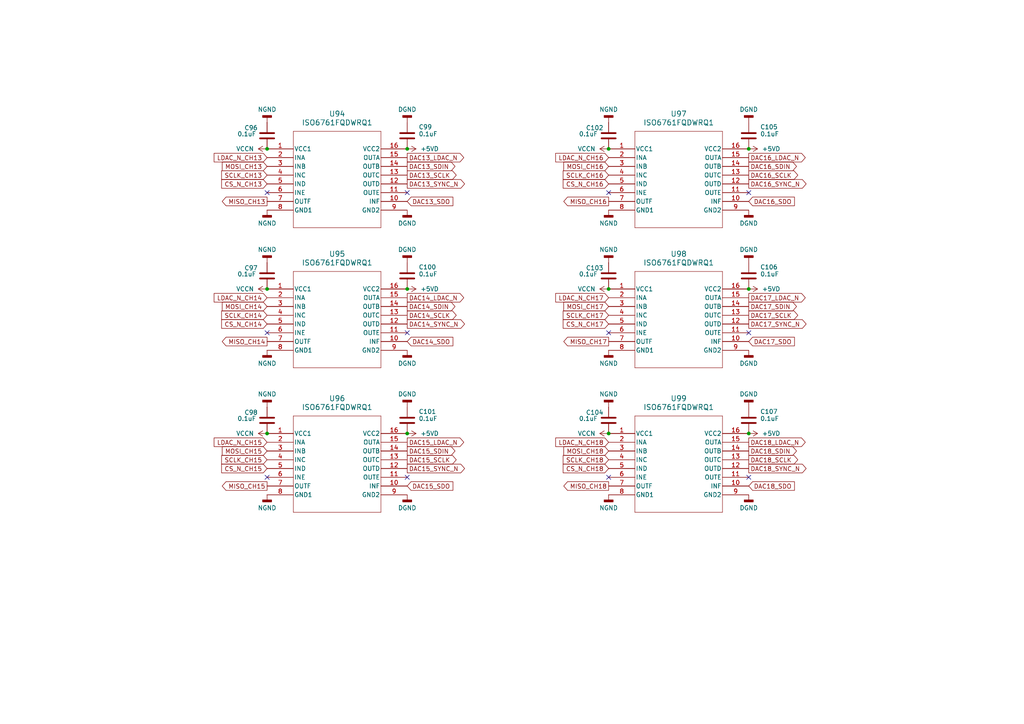
<source format=kicad_sch>
(kicad_sch (version 20250114) (generator "eeschema") (generator_version "9.0")
  (paper "A4")
  (lib_symbols
    (symbol "Device:C" (pin_numbers (hide yes)) (pin_names (offset 0.254))
      (property "Reference" "C" (at 0.635 2.54 0))
      (property "Value" "C" (at 0.635 -2.54 0))
      (symbol "C_0_1"
        (polyline (pts (xy -2.032 0.762) (xy 2.032 0.762)) (stroke (width 0.508)))
        (polyline (pts (xy -2.032 -0.762) (xy 2.032 -0.762)) (stroke (width 0.508)))
      )
      (symbol "C_1_1"
        (pin passive line (at 0 3.81 270) (length 2.794) (name "~") (number "1"))
        (pin passive line (at 0 -3.81 90) (length 2.794) (name "~") (number "2"))
      )
    )
    (symbol "ISO6761FQDWRQ1_2" (pin_names (offset 0.254))
      (property "Reference" "U83" (at 20.32 10.16 0))
      (property "Value" "ISO6761FQDWRQ1" (at 20.32 7.62 0))
      (symbol "ISO6761FQDWRQ1_2_0_1"
        (polyline (pts (xy 7.62 5.08) (xy 7.62 -22.86)) (stroke (width 0.127)))
        (polyline (pts (xy 7.62 -22.86) (xy 33.02 -22.86)) (stroke (width 0.127)))
        (polyline (pts (xy 33.02 5.08) (xy 7.62 5.08)) (stroke (width 0.127)))
        (polyline (pts (xy 33.02 -22.86) (xy 33.02 5.08)) (stroke (width 0.127)))
        (pin power_in line (at 0 0 0) (length 7.62) (name "VCC1") (number "1"))
        (pin input line (at 0 -2.54 0) (length 7.62) (name "INA") (number "2"))
        (pin input line (at 0 -5.08 0) (length 7.62) (name "INB") (number "3"))
        (pin input line (at 0 -7.62 0) (length 7.62) (name "INC") (number "4"))
        (pin input line (at 0 -10.16 0) (length 7.62) (name "IND") (number "5"))
        (pin output line (at 0 -15.24 0) (length 7.62) (name "OUTF") (number "7"))
        (pin passive line (at 0 -17.78 0) (length 7.62) (name "GND1") (number "8"))
        (pin power_in line (at 40.64 0 180) (length 7.62) (name "VCC2") (number "16"))
        (pin output line (at 40.64 -2.54 180) (length 7.62) (name "OUTA") (number "15"))
        (pin output line (at 40.64 -5.08 180) (length 7.62) (name "OUTB") (number "14"))
        (pin output line (at 40.64 -7.62 180) (length 7.62) (name "OUTC") (number "13"))
        (pin output line (at 40.64 -10.16 180) (length 7.62) (name "OUTD") (number "12"))
        (pin input line (at 40.64 -15.24 180) (length 7.62) (name "INF") (number "10"))
        (pin passive line (at 40.64 -17.78 180) (length 7.62) (name "GND2") (number "9"))
      )
      (symbol "ISO6761FQDWRQ1_2_1_1"
        (pin input line (at 0 -12.7 0) (length 7.62) (name "INE") (number "6"))
        (pin output line (at 40.64 -12.7 180) (length 7.62) (name "OUTE") (number "11"))
      )
    )
    (symbol "power:+3V3" (power) (pin_numbers (hide yes)) (pin_names (offset 0) (hide yes))
      (property "Value" "+3V3" (at 0 3.556 0))
      (symbol "+3V3_0_1"
        (polyline (pts (xy -0.762 1.27) (xy 0 2.54)))
        (polyline (pts (xy 0 2.54) (xy 0.762 1.27)))
        (polyline (pts (xy 0 0) (xy 0 2.54)))
      )
      (symbol "+3V3_1_1"
        (pin power_in line (at 0 0 90) (length 0) (name "~") (number "1"))
      )
    )
    (symbol "power:GNDD" (power) (pin_numbers (hide yes)) (pin_names (offset 0) (hide yes))
      (property "Value" "GNDD" (at 0 -3.175 0))
      (symbol "GNDD_0_1"
        (rectangle (start -1.27 -1.524) (end 1.27 -2.032) (stroke (width 0.254)) (fill (type outline)))
        (polyline (pts (xy 0 0) (xy 0 -1.524)))
      )
      (symbol "GNDD_1_1"
        (pin power_in line (at 0 0 270) (length 0) (name "~") (number "1"))
      )
    )
  )
  (junction (at 176.53 43.18))
  (junction (at 77.47 43.18))
  (junction (at 118.11 83.82))
  (junction (at 217.17 83.82))
  (junction (at 176.53 125.73))
  (junction (at 118.11 43.18))
  (junction (at 118.11 125.73))
  (junction (at 217.17 43.18))
  (junction (at 77.47 83.82))
  (junction (at 77.47 125.73))
  (junction (at 217.17 125.73))
  (junction (at 176.53 83.82))
  (no_connect (at 118.11 138.43))
  (no_connect (at 217.17 55.88))
  (no_connect (at 118.11 55.88))
  (no_connect (at 77.47 96.52))
  (no_connect (at 77.47 138.43))
  (no_connect (at 176.53 55.88))
  (no_connect (at 217.17 138.43))
  (no_connect (at 118.11 96.52))
  (no_connect (at 176.53 138.43))
  (no_connect (at 77.47 55.88))
  (no_connect (at 176.53 96.52))
  (no_connect (at 217.17 96.52))
  (global_label "MOSI_CH16" (shape input) (at 176.53 48.26 180) (property "Intersheetrefs" "${INTERSHEET_REFS}" (effects (hide yes))))
  (global_label "DAC14_SDO" (shape input) (at 118.11 99.06 0) (property "Intersheetrefs" "${INTERSHEET_REFS}" (effects (hide yes))))
  (global_label "LDAC_N_CH17" (shape input) (at 176.53 86.36 180) (property "Intersheetrefs" "${INTERSHEET_REFS}" (effects (hide yes))))
  (global_label "DAC17_SYNC_N" (shape output) (at 217.17 93.98 0) (property "Intersheetrefs" "${INTERSHEET_REFS}" (effects (hide yes))))
  (global_label "DAC14_SYNC_N" (shape output) (at 118.11 93.98 0) (property "Intersheetrefs" "${INTERSHEET_REFS}" (effects (hide yes))))
  (global_label "LDAC_N_CH14" (shape input) (at 77.47 86.36 180) (property "Intersheetrefs" "${INTERSHEET_REFS}" (effects (hide yes))))
  (global_label "DAC14_LDAC_N" (shape output) (at 118.11 86.36 0) (property "Intersheetrefs" "${INTERSHEET_REFS}" (effects (hide yes))))
  (global_label "DAC17_SCLK" (shape output) (at 217.17 91.44 0) (property "Intersheetrefs" "${INTERSHEET_REFS}" (effects (hide yes))))
  (global_label "DAC15_LDAC_N" (shape output) (at 118.11 128.27 0) (property "Intersheetrefs" "${INTERSHEET_REFS}" (effects (hide yes))))
  (global_label "SCLK_CH13" (shape input) (at 77.47 50.8 180) (property "Intersheetrefs" "${INTERSHEET_REFS}" (effects (hide yes))))
  (global_label "MOSI_CH14" (shape input) (at 77.47 88.9 180) (property "Intersheetrefs" "${INTERSHEET_REFS}" (effects (hide yes))))
  (global_label "SCLK_CH17" (shape input) (at 176.53 91.44 180) (property "Intersheetrefs" "${INTERSHEET_REFS}" (effects (hide yes))))
  (global_label "LDAC_N_CH13" (shape input) (at 77.47 45.72 180) (property "Intersheetrefs" "${INTERSHEET_REFS}" (effects (hide yes))))
  (global_label "DAC16_SCLK" (shape output) (at 217.17 50.8 0) (property "Intersheetrefs" "${INTERSHEET_REFS}" (effects (hide yes))))
  (global_label "DAC15_SYNC_N" (shape output) (at 118.11 135.89 0) (property "Intersheetrefs" "${INTERSHEET_REFS}" (effects (hide yes))))
  (global_label "DAC15_SDO" (shape input) (at 118.11 140.97 0) (property "Intersheetrefs" "${INTERSHEET_REFS}" (effects (hide yes))))
  (global_label "DAC18_SYNC_N" (shape output) (at 217.17 135.89 0) (property "Intersheetrefs" "${INTERSHEET_REFS}" (effects (hide yes))))
  (global_label "DAC18_SCLK" (shape output) (at 217.17 133.35 0) (property "Intersheetrefs" "${INTERSHEET_REFS}" (effects (hide yes))))
  (global_label "DAC17_SDIN" (shape output) (at 217.17 88.9 0) (property "Intersheetrefs" "${INTERSHEET_REFS}" (effects (hide yes))))
  (global_label "CS_N_CH13" (shape input) (at 77.47 53.34 180) (property "Intersheetrefs" "${INTERSHEET_REFS}" (effects (hide yes))))
  (global_label "DAC17_LDAC_N" (shape output) (at 217.17 86.36 0) (property "Intersheetrefs" "${INTERSHEET_REFS}" (effects (hide yes))))
  (global_label "LDAC_N_CH15" (shape input) (at 77.47 128.27 180) (property "Intersheetrefs" "${INTERSHEET_REFS}" (effects (hide yes))))
  (global_label "MOSI_CH17" (shape input) (at 176.53 88.9 180) (property "Intersheetrefs" "${INTERSHEET_REFS}" (effects (hide yes))))
  (global_label "MISO_CH15" (shape output) (at 77.47 140.97 180) (property "Intersheetrefs" "${INTERSHEET_REFS}" (effects (hide yes))))
  (global_label "CS_N_CH18" (shape input) (at 176.53 135.89 180) (property "Intersheetrefs" "${INTERSHEET_REFS}" (effects (hide yes))))
  (global_label "MISO_CH18" (shape output) (at 176.53 140.97 180) (property "Intersheetrefs" "${INTERSHEET_REFS}" (effects (hide yes))))
  (global_label "DAC18_SDO" (shape input) (at 217.17 140.97 0) (property "Intersheetrefs" "${INTERSHEET_REFS}" (effects (hide yes))))
  (global_label "CS_N_CH14" (shape input) (at 77.47 93.98 180) (property "Intersheetrefs" "${INTERSHEET_REFS}" (effects (hide yes))))
  (global_label "DAC18_SDIN" (shape output) (at 217.17 130.81 0) (property "Intersheetrefs" "${INTERSHEET_REFS}" (effects (hide yes))))
  (global_label "MISO_CH17" (shape output) (at 176.53 99.06 180) (property "Intersheetrefs" "${INTERSHEET_REFS}" (effects (hide yes))))
  (global_label "MOSI_CH13" (shape input) (at 77.47 48.26 180) (property "Intersheetrefs" "${INTERSHEET_REFS}" (effects (hide yes))))
  (global_label "CS_N_CH15" (shape input) (at 77.47 135.89 180) (property "Intersheetrefs" "${INTERSHEET_REFS}" (effects (hide yes))))
  (global_label "SCLK_CH15" (shape input) (at 77.47 133.35 180) (property "Intersheetrefs" "${INTERSHEET_REFS}" (effects (hide yes))))
  (global_label "DAC14_SDIN" (shape output) (at 118.11 88.9 0) (property "Intersheetrefs" "${INTERSHEET_REFS}" (effects (hide yes))))
  (global_label "MISO_CH16" (shape output) (at 176.53 58.42 180) (property "Intersheetrefs" "${INTERSHEET_REFS}" (effects (hide yes))))
  (global_label "DAC13_SDIN" (shape output) (at 118.11 48.26 0) (property "Intersheetrefs" "${INTERSHEET_REFS}" (effects (hide yes))))
  (global_label "CS_N_CH17" (shape input) (at 176.53 93.98 180) (property "Intersheetrefs" "${INTERSHEET_REFS}" (effects (hide yes))))
  (global_label "DAC16_SDIN" (shape output) (at 217.17 48.26 0) (property "Intersheetrefs" "${INTERSHEET_REFS}" (effects (hide yes))))
  (global_label "DAC15_SCLK" (shape output) (at 118.11 133.35 0) (property "Intersheetrefs" "${INTERSHEET_REFS}" (effects (hide yes))))
  (global_label "DAC17_SDO" (shape input) (at 217.17 99.06 0) (property "Intersheetrefs" "${INTERSHEET_REFS}" (effects (hide yes))))
  (global_label "MISO_CH14" (shape output) (at 77.47 99.06 180) (property "Intersheetrefs" "${INTERSHEET_REFS}" (effects (hide yes))))
  (global_label "DAC13_SYNC_N" (shape output) (at 118.11 53.34 0) (property "Intersheetrefs" "${INTERSHEET_REFS}" (effects (hide yes))))
  (global_label "DAC16_SDO" (shape input) (at 217.17 58.42 0) (property "Intersheetrefs" "${INTERSHEET_REFS}" (effects (hide yes))))
  (global_label "MISO_CH13" (shape output) (at 77.47 58.42 180) (property "Intersheetrefs" "${INTERSHEET_REFS}" (effects (hide yes))))
  (global_label "SCLK_CH16" (shape input) (at 176.53 50.8 180) (property "Intersheetrefs" "${INTERSHEET_REFS}" (effects (hide yes))))
  (global_label "DAC18_LDAC_N" (shape output) (at 217.17 128.27 0) (property "Intersheetrefs" "${INTERSHEET_REFS}" (effects (hide yes))))
  (global_label "DAC13_LDAC_N" (shape output) (at 118.11 45.72 0) (property "Intersheetrefs" "${INTERSHEET_REFS}" (effects (hide yes))))
  (global_label "MOSI_CH15" (shape input) (at 77.47 130.81 180) (property "Intersheetrefs" "${INTERSHEET_REFS}" (effects (hide yes))))
  (global_label "SCLK_CH14" (shape input) (at 77.47 91.44 180) (property "Intersheetrefs" "${INTERSHEET_REFS}" (effects (hide yes))))
  (global_label "LDAC_N_CH16" (shape input) (at 176.53 45.72 180) (property "Intersheetrefs" "${INTERSHEET_REFS}" (effects (hide yes))))
  (global_label "CS_N_CH16" (shape input) (at 176.53 53.34 180) (property "Intersheetrefs" "${INTERSHEET_REFS}" (effects (hide yes))))
  (global_label "DAC14_SCLK" (shape output) (at 118.11 91.44 0) (property "Intersheetrefs" "${INTERSHEET_REFS}" (effects (hide yes))))
  (global_label "LDAC_N_CH18" (shape input) (at 176.53 128.27 180) (property "Intersheetrefs" "${INTERSHEET_REFS}" (effects (hide yes))))
  (global_label "DAC16_SYNC_N" (shape output) (at 217.17 53.34 0) (property "Intersheetrefs" "${INTERSHEET_REFS}" (effects (hide yes))))
  (global_label "DAC13_SCLK" (shape output) (at 118.11 50.8 0) (property "Intersheetrefs" "${INTERSHEET_REFS}" (effects (hide yes))))
  (global_label "MOSI_CH18" (shape input) (at 176.53 130.81 180) (property "Intersheetrefs" "${INTERSHEET_REFS}" (effects (hide yes))))
  (global_label "DAC13_SDO" (shape input) (at 118.11 58.42 0) (property "Intersheetrefs" "${INTERSHEET_REFS}" (effects (hide yes))))
  (global_label "SCLK_CH18" (shape input) (at 176.53 133.35 180) (property "Intersheetrefs" "${INTERSHEET_REFS}" (effects (hide yes))))
  (global_label "DAC16_LDAC_N" (shape output) (at 217.17 45.72 0) (property "Intersheetrefs" "${INTERSHEET_REFS}" (effects (hide yes))))
  (global_label "DAC15_SDIN" (shape output) (at 118.11 130.81 0) (property "Intersheetrefs" "${INTERSHEET_REFS}" (effects (hide yes))))
  (symbol (lib_id "power:GNDD") (at 217.17 35.56 0) (mirror x) (unit 1)
    (property "Reference" "#PWR0397" (effects (hide yes)))
    (property "Value" "DGND" (at 217.17 31.75 0))
    (property "Description" "Power symbol creates a global label with name \"GNDD\" , digital ground" (effects (hide yes)))
  )
  (symbol (lib_id "power:GNDD") (at 118.11 118.11 0) (mirror x) (unit 1)
    (property "Reference" "#PWR0385" (effects (hide yes)))
    (property "Value" "DGND" (at 118.11 114.3 0))
    (property "Description" "Power symbol creates a global label with name \"GNDD\" , digital ground" (effects (hide yes)))
  )
  (symbol (lib_id "power:GNDD") (at 118.11 101.6 0) (unit 1)
    (property "Reference" "#PWR0384" (effects (hide yes)))
    (property "Value" "DGND" (at 118.11 105.41 0))
    (property "Description" "Power symbol creates a global label with name \"GNDD\" , digital ground" (effects (hide yes)))
  )
  (symbol (lib_id "power:GNDD") (at 77.47 101.6 0) (unit 1)
    (property "Reference" "#PWR0375" (effects (hide yes)))
    (property "Value" "NGND" (at 77.47 105.41 0))
    (property "Description" "Power symbol creates a global label with name \"GNDD\" , digital ground" (effects (hide yes)))
  )
  (symbol (lib_id "Device:C") (at 77.47 39.37 0) (unit 1)
    (property "Reference" "C96" (at 70.866 37.084 0) (effects (justify left)))
    (property "Value" "0.1uF" (at 68.834 38.862 0) (effects (justify left)))
    (property "Footprint" "Capacitor_SMD:C_0402_1005Metric_Pad0.74x0.62mm_HandSolder" (effects (hide yes)))
    (property "Description" "Unpolarized capacitor" (effects (hide yes)))
  )
  (symbol (lib_id "power:GNDD") (at 217.17 143.51 0) (unit 1)
    (property "Reference" "#PWR0405" (effects (hide yes)))
    (property "Value" "DGND" (at 217.17 147.32 0))
    (property "Description" "Power symbol creates a global label with name \"GNDD\" , digital ground" (effects (hide yes)))
  )
  (symbol (lib_id "power:GNDD") (at 176.53 101.6 0) (unit 1)
    (property "Reference" "#PWR0393" (effects (hide yes)))
    (property "Value" "NGND" (at 176.53 105.41 0))
    (property "Description" "Power symbol creates a global label with name \"GNDD\" , digital ground" (effects (hide yes)))
  )
  (symbol (lib_id "Device:C") (at 118.11 39.37 0) (unit 1)
    (property "Reference" "C99" (at 121.412 36.83 0) (effects (justify left)))
    (property "Value" "0.1uF" (at 121.412 38.862 0) (effects (justify left)))
    (property "Footprint" "Capacitor_SMD:C_0402_1005Metric_Pad0.74x0.62mm_HandSolder" (effects (hide yes)))
    (property "Description" "Unpolarized capacitor" (effects (hide yes)))
  )
  (symbol (lib_id "power:GNDD") (at 77.47 76.2 0) (mirror x) (unit 1)
    (property "Reference" "#PWR0373" (effects (hide yes)))
    (property "Value" "NGND" (at 77.47 72.39 0))
    (property "Description" "Power symbol creates a global label with name \"GNDD\" , digital ground" (effects (hide yes)))
  )
  (symbol (lib_id "power:+3V3") (at 118.11 125.73 270) (unit 1)
    (property "Reference" "#PWR0386" (effects (hide yes)))
    (property "Value" "+5VD" (at 121.92 125.7301 90) (effects (justify left)))
    (property "Description" "Power symbol creates a global label with name \"+3V3\"" (effects (hide yes)))
  )
  (symbol (lib_id "power:GNDD") (at 118.11 35.56 0) (mirror x) (unit 1)
    (property "Reference" "#PWR0379" (effects (hide yes)))
    (property "Value" "DGND" (at 118.11 31.75 0))
    (property "Description" "Power symbol creates a global label with name \"GNDD\" , digital ground" (effects (hide yes)))
  )
  (symbol (lib_id "Device:C") (at 118.11 121.92 0) (unit 1)
    (property "Reference" "C101" (at 121.412 119.38 0) (effects (justify left)))
    (property "Value" "0.1uF" (at 121.412 121.412 0) (effects (justify left)))
    (property "Footprint" "Capacitor_SMD:C_0402_1005Metric_Pad0.74x0.62mm_HandSolder" (effects (hide yes)))
    (property "Description" "Unpolarized capacitor" (effects (hide yes)))
  )
  (symbol (lib_id "power:+3V3") (at 217.17 43.18 270) (unit 1)
    (property "Reference" "#PWR0398" (effects (hide yes)))
    (property "Value" "+5VD" (at 220.98 43.1801 90) (effects (justify left)))
    (property "Description" "Power symbol creates a global label with name \"+3V3\"" (effects (hide yes)))
  )
  (symbol (lib_id "power:GNDD") (at 217.17 118.11 0) (mirror x) (unit 1)
    (property "Reference" "#PWR0403" (effects (hide yes)))
    (property "Value" "DGND" (at 217.17 114.3 0))
    (property "Description" "Power symbol creates a global label with name \"GNDD\" , digital ground" (effects (hide yes)))
  )
  (symbol (lib_id "Device:C") (at 176.53 80.01 0) (unit 1)
    (property "Reference" "C103" (at 169.926 77.724 0) (effects (justify left)))
    (property "Value" "0.1uF" (at 167.894 79.502 0) (effects (justify left)))
    (property "Footprint" "Capacitor_SMD:C_0402_1005Metric_Pad0.74x0.62mm_HandSolder" (effects (hide yes)))
    (property "Description" "Unpolarized capacitor" (effects (hide yes)))
  )
  (symbol (lib_id "power:+3V3") (at 77.47 125.73 90) (unit 1)
    (property "Reference" "#PWR0377" (effects (hide yes)))
    (property "Value" "VCCN" (at 73.66 125.7299 90) (effects (justify left)))
    (property "Description" "Power symbol creates a global label with name \"+3V3\"" (effects (hide yes)))
  )
  (symbol (lib_id "power:GNDD") (at 77.47 35.56 0) (mirror x) (unit 1)
    (property "Reference" "#PWR0370" (effects (hide yes)))
    (property "Value" "NGND" (at 77.47 31.75 0))
    (property "Description" "Power symbol creates a global label with name \"GNDD\" , digital ground" (effects (hide yes)))
  )
  (symbol (lib_id "power:GNDD") (at 217.17 60.96 0) (unit 1)
    (property "Reference" "#PWR0399" (effects (hide yes)))
    (property "Value" "DGND" (at 217.17 64.77 0))
    (property "Description" "Power symbol creates a global label with name \"GNDD\" , digital ground" (effects (hide yes)))
  )
  (symbol (lib_id "power:GNDD") (at 118.11 60.96 0) (unit 1)
    (property "Reference" "#PWR0381" (effects (hide yes)))
    (property "Value" "DGND" (at 118.11 64.77 0))
    (property "Description" "Power symbol creates a global label with name \"GNDD\" , digital ground" (effects (hide yes)))
  )
  (symbol (lib_id "power:+3V3") (at 77.47 43.18 90) (unit 1)
    (property "Reference" "#PWR0371" (effects (hide yes)))
    (property "Value" "VCCN" (at 73.66 43.1799 90) (effects (justify left)))
    (property "Description" "Power symbol creates a global label with name \"+3V3\"" (effects (hide yes)))
  )
  (symbol (lib_id "power:+3V3") (at 118.11 83.82 270) (unit 1)
    (property "Reference" "#PWR0383" (effects (hide yes)))
    (property "Value" "+5VD" (at 121.92 83.8201 90) (effects (justify left)))
    (property "Description" "Power symbol creates a global label with name \"+3V3\"" (effects (hide yes)))
  )
  (symbol (lib_id "Device:C") (at 118.11 80.01 0) (unit 1)
    (property "Reference" "C100" (at 121.412 77.47 0) (effects (justify left)))
    (property "Value" "0.1uF" (at 121.412 79.502 0) (effects (justify left)))
    (property "Footprint" "Capacitor_SMD:C_0402_1005Metric_Pad0.74x0.62mm_HandSolder" (effects (hide yes)))
    (property "Description" "Unpolarized capacitor" (effects (hide yes)))
  )
  (symbol (lib_id "power:GNDD") (at 217.17 101.6 0) (unit 1)
    (property "Reference" "#PWR0402" (effects (hide yes)))
    (property "Value" "DGND" (at 217.17 105.41 0))
    (property "Description" "Power symbol creates a global label with name \"GNDD\" , digital ground" (effects (hide yes)))
  )
  (symbol (lib_id "power:+3V3") (at 217.17 83.82 270) (unit 1)
    (property "Reference" "#PWR0401" (effects (hide yes)))
    (property "Value" "+5VD" (at 220.98 83.8201 90) (effects (justify left)))
    (property "Description" "Power symbol creates a global label with name \"+3V3\"" (effects (hide yes)))
  )
  (symbol (lib_id "power:GNDD") (at 176.53 76.2 0) (mirror x) (unit 1)
    (property "Reference" "#PWR0391" (effects (hide yes)))
    (property "Value" "NGND" (at 176.53 72.39 0))
    (property "Description" "Power symbol creates a global label with name \"GNDD\" , digital ground" (effects (hide yes)))
  )
  (symbol (lib_id "power:GNDD") (at 176.53 143.51 0) (unit 1)
    (property "Reference" "#PWR0396" (effects (hide yes)))
    (property "Value" "NGND" (at 176.53 147.32 0))
    (property "Description" "Power symbol creates a global label with name \"GNDD\" , digital ground" (effects (hide yes)))
  )
  (symbol (lib_name "ISO6761FQDWRQ1_2") (lib_id "2025-11-20_00-47-15:ISO6761FQDWRQ1") (at 77.47 125.73 0) (unit 1)
    (property "Reference" "U96" (at 97.79 115.57 0) (effects (font (size 1.524 1.524))))
    (property "Value" "ISO6761FQDWRQ1" (at 97.79 118.11 0) (effects (font (size 1.524 1.524))))
    (property "Footprint" "Package_SO:SOIC-16W_7.5x10.3mm_P1.27mm" (effects (hide yes)))
    (property "Datasheet" "https://www.ti.com/lit/gpn/iso6761-q1" (effects (hide yes)))
  )
  (symbol (lib_id "Device:C") (at 176.53 39.37 0) (unit 1)
    (property "Reference" "C102" (at 169.926 37.084 0) (effects (justify left)))
    (property "Value" "0.1uF" (at 167.894 38.862 0) (effects (justify left)))
    (property "Footprint" "Capacitor_SMD:C_0402_1005Metric_Pad0.74x0.62mm_HandSolder" (effects (hide yes)))
    (property "Description" "Unpolarized capacitor" (effects (hide yes)))
  )
  (symbol (lib_id "power:GNDD") (at 77.47 118.11 0) (mirror x) (unit 1)
    (property "Reference" "#PWR0376" (effects (hide yes)))
    (property "Value" "NGND" (at 77.47 114.3 0))
    (property "Description" "Power symbol creates a global label with name \"GNDD\" , digital ground" (effects (hide yes)))
  )
  (symbol (lib_id "power:+3V3") (at 176.53 43.18 90) (unit 1)
    (property "Reference" "#PWR0389" (effects (hide yes)))
    (property "Value" "VCCN" (at 172.72 43.1799 90) (effects (justify left)))
    (property "Description" "Power symbol creates a global label with name \"+3V3\"" (effects (hide yes)))
  )
  (symbol (lib_id "Device:C") (at 176.53 121.92 0) (unit 1)
    (property "Reference" "C104" (at 169.926 119.634 0) (effects (justify left)))
    (property "Value" "0.1uF" (at 167.894 121.412 0) (effects (justify left)))
    (property "Footprint" "Capacitor_SMD:C_0402_1005Metric_Pad0.74x0.62mm_HandSolder" (effects (hide yes)))
    (property "Description" "Unpolarized capacitor" (effects (hide yes)))
  )
  (symbol (lib_id "power:GNDD") (at 217.17 76.2 0) (mirror x) (unit 1)
    (property "Reference" "#PWR0400" (effects (hide yes)))
    (property "Value" "DGND" (at 217.17 72.39 0))
    (property "Description" "Power symbol creates a global label with name \"GNDD\" , digital ground" (effects (hide yes)))
  )
  (symbol (lib_id "power:GNDD") (at 118.11 143.51 0) (unit 1)
    (property "Reference" "#PWR0387" (effects (hide yes)))
    (property "Value" "DGND" (at 118.11 147.32 0))
    (property "Description" "Power symbol creates a global label with name \"GNDD\" , digital ground" (effects (hide yes)))
  )
  (symbol (lib_id "Device:C") (at 217.17 80.01 0) (unit 1)
    (property "Reference" "C106" (at 220.472 77.47 0) (effects (justify left)))
    (property "Value" "0.1uF" (at 220.472 79.502 0) (effects (justify left)))
    (property "Footprint" "Capacitor_SMD:C_0402_1005Metric_Pad0.74x0.62mm_HandSolder" (effects (hide yes)))
    (property "Description" "Unpolarized capacitor" (effects (hide yes)))
  )
  (symbol (lib_id "power:GNDD") (at 118.11 76.2 0) (mirror x) (unit 1)
    (property "Reference" "#PWR0382" (effects (hide yes)))
    (property "Value" "DGND" (at 118.11 72.39 0))
    (property "Description" "Power symbol creates a global label with name \"GNDD\" , digital ground" (effects (hide yes)))
  )
  (symbol (lib_id "power:+3V3") (at 77.47 83.82 90) (unit 1)
    (property "Reference" "#PWR0374" (effects (hide yes)))
    (property "Value" "VCCN" (at 73.66 83.8199 90) (effects (justify left)))
    (property "Description" "Power symbol creates a global label with name \"+3V3\"" (effects (hide yes)))
  )
  (symbol (lib_id "power:+3V3") (at 176.53 83.82 90) (unit 1)
    (property "Reference" "#PWR0392" (effects (hide yes)))
    (property "Value" "VCCN" (at 172.72 83.8199 90) (effects (justify left)))
    (property "Description" "Power symbol creates a global label with name \"+3V3\"" (effects (hide yes)))
  )
  (symbol (lib_id "power:GNDD") (at 77.47 143.51 0) (unit 1)
    (property "Reference" "#PWR0378" (effects (hide yes)))
    (property "Value" "NGND" (at 77.47 147.32 0))
    (property "Description" "Power symbol creates a global label with name \"GNDD\" , digital ground" (effects (hide yes)))
  )
  (symbol (lib_id "power:+3V3") (at 176.53 125.73 90) (unit 1)
    (property "Reference" "#PWR0395" (effects (hide yes)))
    (property "Value" "VCCN" (at 172.72 125.7299 90) (effects (justify left)))
    (property "Description" "Power symbol creates a global label with name \"+3V3\"" (effects (hide yes)))
  )
  (symbol (lib_name "ISO6761FQDWRQ1_2") (lib_id "2025-11-20_00-47-15:ISO6761FQDWRQ1") (at 176.53 83.82 0) (unit 1)
    (property "Reference" "U98" (at 196.85 73.66 0) (effects (font (size 1.524 1.524))))
    (property "Value" "ISO6761FQDWRQ1" (at 196.85 76.2 0) (effects (font (size 1.524 1.524))))
    (property "Footprint" "Package_SO:SOIC-16W_7.5x10.3mm_P1.27mm" (effects (hide yes)))
    (property "Datasheet" "https://www.ti.com/lit/gpn/iso6761-q1" (effects (hide yes)))
  )
  (symbol (lib_id "power:GNDD") (at 176.53 35.56 0) (mirror x) (unit 1)
    (property "Reference" "#PWR0388" (effects (hide yes)))
    (property "Value" "NGND" (at 176.53 31.75 0))
    (property "Description" "Power symbol creates a global label with name \"GNDD\" , digital ground" (effects (hide yes)))
  )
  (symbol (lib_name "ISO6761FQDWRQ1_2") (lib_id "2025-11-20_00-47-15:ISO6761FQDWRQ1") (at 176.53 125.73 0) (unit 1)
    (property "Reference" "U99" (at 196.85 115.57 0) (effects (font (size 1.524 1.524))))
    (property "Value" "ISO6761FQDWRQ1" (at 196.85 118.11 0) (effects (font (size 1.524 1.524))))
    (property "Footprint" "Package_SO:SOIC-16W_7.5x10.3mm_P1.27mm" (effects (hide yes)))
    (property "Datasheet" "https://www.ti.com/lit/gpn/iso6761-q1" (effects (hide yes)))
  )
  (symbol (lib_id "power:GNDD") (at 176.53 118.11 0) (mirror x) (unit 1)
    (property "Reference" "#PWR0394" (effects (hide yes)))
    (property "Value" "NGND" (at 176.53 114.3 0))
    (property "Description" "Power symbol creates a global label with name \"GNDD\" , digital ground" (effects (hide yes)))
  )
  (symbol (lib_id "power:+3V3") (at 118.11 43.18 270) (unit 1)
    (property "Reference" "#PWR0380" (effects (hide yes)))
    (property "Value" "+5VD" (at 121.92 43.1801 90) (effects (justify left)))
    (property "Description" "Power symbol creates a global label with name \"+3V3\"" (effects (hide yes)))
  )
  (symbol (lib_name "ISO6761FQDWRQ1_2") (lib_id "2025-11-20_00-47-15:ISO6761FQDWRQ1") (at 77.47 43.18 0) (unit 1)
    (property "Reference" "U94" (at 97.79 33.02 0) (effects (font (size 1.524 1.524))))
    (property "Value" "ISO6761FQDWRQ1" (at 97.79 35.56 0) (effects (font (size 1.524 1.524))))
    (property "Footprint" "Package_SO:SOIC-16W_7.5x10.3mm_P1.27mm" (effects (hide yes)))
    (property "Datasheet" "https://www.ti.com/lit/gpn/iso6761-q1" (effects (hide yes)))
  )
  (symbol (lib_id "Device:C") (at 77.47 80.01 0) (unit 1)
    (property "Reference" "C97" (at 70.866 77.724 0) (effects (justify left)))
    (property "Value" "0.1uF" (at 68.834 79.502 0) (effects (justify left)))
    (property "Footprint" "Capacitor_SMD:C_0402_1005Metric_Pad0.74x0.62mm_HandSolder" (effects (hide yes)))
    (property "Description" "Unpolarized capacitor" (effects (hide yes)))
  )
  (symbol (lib_name "ISO6761FQDWRQ1_2") (lib_id "2025-11-20_00-47-15:ISO6761FQDWRQ1") (at 77.47 83.82 0) (unit 1)
    (property "Reference" "U95" (at 97.79 73.66 0) (effects (font (size 1.524 1.524))))
    (property "Value" "ISO6761FQDWRQ1" (at 97.79 76.2 0) (effects (font (size 1.524 1.524))))
    (property "Footprint" "Package_SO:SOIC-16W_7.5x10.3mm_P1.27mm" (effects (hide yes)))
    (property "Datasheet" "https://www.ti.com/lit/gpn/iso6761-q1" (effects (hide yes)))
  )
  (symbol (lib_name "ISO6761FQDWRQ1_2") (lib_id "2025-11-20_00-47-15:ISO6761FQDWRQ1") (at 176.53 43.18 0) (unit 1)
    (property "Reference" "U97" (at 196.85 33.02 0) (effects (font (size 1.524 1.524))))
    (property "Value" "ISO6761FQDWRQ1" (at 196.85 35.56 0) (effects (font (size 1.524 1.524))))
    (property "Footprint" "Package_SO:SOIC-16W_7.5x10.3mm_P1.27mm" (effects (hide yes)))
    (property "Datasheet" "https://www.ti.com/lit/gpn/iso6761-q1" (effects (hide yes)))
  )
  (symbol (lib_id "power:GNDD") (at 176.53 60.96 0) (unit 1)
    (property "Reference" "#PWR0390" (effects (hide yes)))
    (property "Value" "NGND" (at 176.53 64.77 0))
    (property "Description" "Power symbol creates a global label with name \"GNDD\" , digital ground" (effects (hide yes)))
  )
  (symbol (lib_id "Device:C") (at 77.47 121.92 0) (unit 1)
    (property "Reference" "C98" (at 70.866 119.634 0) (effects (justify left)))
    (property "Value" "0.1uF" (at 68.834 121.412 0) (effects (justify left)))
    (property "Footprint" "Capacitor_SMD:C_0402_1005Metric_Pad0.74x0.62mm_HandSolder" (effects (hide yes)))
    (property "Description" "Unpolarized capacitor" (effects (hide yes)))
  )
  (symbol (lib_id "power:+3V3") (at 217.17 125.73 270) (unit 1)
    (property "Reference" "#PWR0404" (effects (hide yes)))
    (property "Value" "+5VD" (at 220.98 125.7301 90) (effects (justify left)))
    (property "Description" "Power symbol creates a global label with name \"+3V3\"" (effects (hide yes)))
  )
  (symbol (lib_id "Device:C") (at 217.17 121.92 0) (unit 1)
    (property "Reference" "C107" (at 220.472 119.38 0) (effects (justify left)))
    (property "Value" "0.1uF" (at 220.472 121.412 0) (effects (justify left)))
    (property "Footprint" "Capacitor_SMD:C_0402_1005Metric_Pad0.74x0.62mm_HandSolder" (effects (hide yes)))
    (property "Description" "Unpolarized capacitor" (effects (hide yes)))
  )
  (symbol (lib_id "Device:C") (at 217.17 39.37 0) (unit 1)
    (property "Reference" "C105" (at 220.472 36.83 0) (effects (justify left)))
    (property "Value" "0.1uF" (at 220.472 38.862 0) (effects (justify left)))
    (property "Footprint" "Capacitor_SMD:C_0402_1005Metric_Pad0.74x0.62mm_HandSolder" (effects (hide yes)))
    (property "Description" "Unpolarized capacitor" (effects (hide yes)))
  )
  (symbol (lib_id "power:GNDD") (at 77.47 60.96 0) (unit 1)
    (property "Reference" "#PWR0372" (effects (hide yes)))
    (property "Value" "NGND" (at 77.47 64.77 0))
    (property "Description" "Power symbol creates a global label with name \"GNDD\" , digital ground" (effects (hide yes)))
  )
)
</source>
